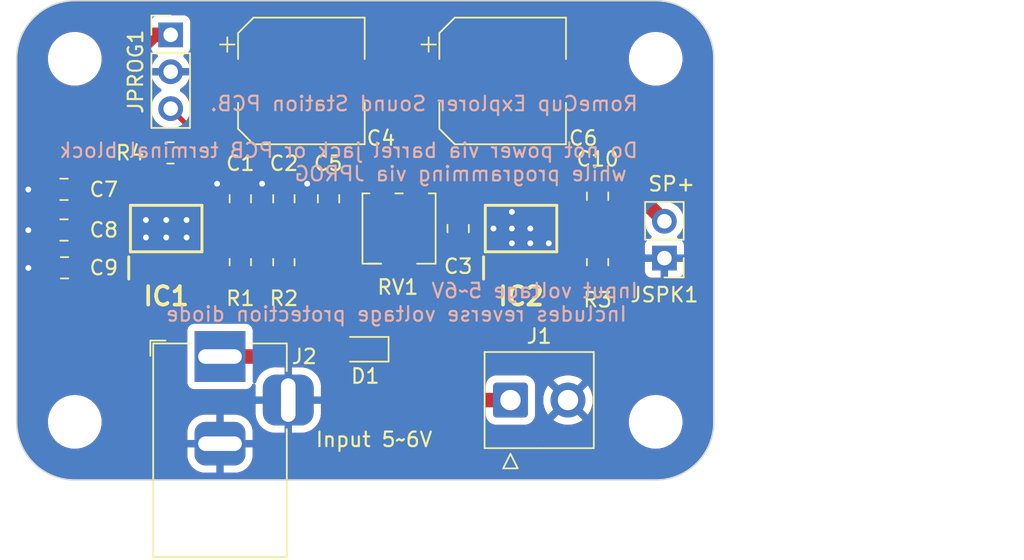
<source format=kicad_pcb>
(kicad_pcb (version 20221018) (generator pcbnew)
  (layers (0 "F.Cu" signal) (31 "B.Cu" signal) (34 "B.Paste" user) (35 "F.Paste" user) (36 "B.SilkS" user "B.Silkscreen") (37 "F.SilkS" user "F.Silkscreen") (38 "B.Mask" user) (39 "F.Mask" user) (44 "Edge.Cuts" user))
  (net 0 "")
  (net 1 "Net-(C1-Pad1)")
  (net 2 "GND")
  (net 3 "/FILTER_OUT")
  (net 4 "Net-(IC2-GAIN_1)")
  (net 5 "Net-(IC2-GAIN_2)")
  (net 6 "Net-(C5-Pad2)")
  (net 7 "VCC")
  (net 8 "Net-(C10-Pad1)")
  (net 9 "/DAC_OUT")
  (net 14 "Net-(IC2-+INPUT)")
  (net 16 "/PWR")
  (net 17 "/AUDIO_OUT_FILTER")
  (net 18 "/AUDIO_OUT")
  (net 19 "Net-(JPROG1-Pin_3)")
  (net 20 "/PROG")
  (footprint "MountingHole:MountingHole_3.2mm_M3" (layer "F.Cu") (at 92.9 -48.1)
    (fp_text reference "H3" hide)
    (fp_text value "MountingHole")
    (pad "" np_thru_hole circle (at 0 0) (size 3.2 3.2) (drill 3.2) (layers "*.Cu" "*.Mask"))
  )
  (footprint "Resistor_SMD:R_0805_2012Metric_Pad1.20x1.40mm_HandSolder" (layer "F.Cu") (at 67.3 -59.1 90)
    (fp_text reference "R2" (at -2.5 0 180) (layer "F.SilkS"))
    (fp_text value "1.2k")
    (fp_line (start -0.227064 -0.735) (end 0.227064 -0.735) (stroke (width 0.12)) (layer "F.SilkS"))
    (fp_line (start -0.227064 0.735) (end 0.227064 0.735) (stroke (width 0.12)) (layer "F.SilkS"))
    (pad "1" smd roundrect (at -1 0 90) (size 1.2 1.4) (layers "F.Cu" "F.Paste" "F.Mask") (roundrect_rratio 0.2083333333) (net 1 "Net-(C1-Pad1)"))
    (pad "2" smd roundrect (at 1 0 90) (size 1.2 1.4) (layers "F.Cu" "F.Paste" "F.Mask") (roundrect_rratio 0.2083333333) (net 3 "/FILTER_OUT"))
  )
  (footprint "Capacitor_SMD:C_0805_2012Metric_Pad1.18x1.45mm_HandSolder" (layer "F.Cu") (at 67.3 -63.4625 90)
    (fp_text reference "C2" (at 2.4375 0 180) (layer "F.SilkS"))
    (fp_text value "33pF")
    (fp_line (start -0.261252 -0.735) (end 0.261252 -0.735) (stroke (width 0.12)) (layer "F.SilkS"))
    (fp_line (start -0.261252 0.735) (end 0.261252 0.735) (stroke (width 0.12)) (layer "F.SilkS"))
    (pad "1" smd roundrect (at -1.0375 0 90) (size 1.175 1.45) (layers "F.Cu" "F.Paste" "F.Mask") (roundrect_rratio 0.2127659574) (net 3 "/FILTER_OUT"))
    (pad "2" smd roundrect (at 1.0375 0 90) (size 1.175 1.45) (layers "F.Cu" "F.Paste" "F.Mask") (roundrect_rratio 0.2127659574) (net 2 "GND"))
  )
  (footprint "Capacitor_SMD:C_0805_2012Metric_Pad1.18x1.45mm_HandSolder" (layer "F.Cu") (at 88.9 -63.6375 90)
    (fp_text reference "C10" (at 2.5625 0 180) (layer "F.SilkS"))
    (fp_text value "100nF")
    (fp_line (start -0.261252 -0.735) (end 0.261252 -0.735) (stroke (width 0.12)) (layer "F.SilkS"))
    (fp_line (start -0.261252 0.735) (end 0.261252 0.735) (stroke (width 0.12)) (layer "F.SilkS"))
    (pad "1" smd roundrect (at -1.0375 0 90) (size 1.175 1.45) (layers "F.Cu" "F.Paste" "F.Mask") (roundrect_rratio 0.2127659574) (net 8 "Net-(C10-Pad1)"))
    (pad "2" smd roundrect (at 1.0375 0 90) (size 1.175 1.45) (layers "F.Cu" "F.Paste" "F.Mask") (roundrect_rratio 0.2127659574) (net 18 "/AUDIO_OUT"))
  )
  (footprint "Connector_BarrelJack:BarrelJack_Horizontal" (layer "F.Cu") (at 62.9 -52.6 90)
    (fp_text reference "J2" (at 0 5.8 180) (layer "F.SilkS"))
    (fp_text value "Conn_01x03_Socket")
    (fp_line (start -13.8 -4.6) (end 0.9 -4.6) (stroke (width 0.12)) (layer "F.SilkS"))
    (fp_line (start -13.8 4.6) (end -13.8 -4.6) (stroke (width 0.12)) (layer "F.SilkS"))
    (fp_line (start -5 4.6) (end -13.8 4.6) (stroke (width 0.12)) (layer "F.SilkS"))
    (fp_line (start 0.05 -4.8) (end 1.1 -4.8) (stroke (width 0.12)) (layer "F.SilkS"))
    (fp_line (start 0.9 -4.6) (end 0.9 -2) (stroke (width 0.12)) (layer "F.SilkS"))
    (fp_line (start 0.9 1.9) (end 0.9 4.6) (stroke (width 0.12)) (layer "F.SilkS"))
    (fp_line (start 0.9 4.6) (end -1 4.6) (stroke (width 0.12)) (layer "F.SilkS"))
    (fp_line (start 1.1 -3.75) (end 1.1 -4.8) (stroke (width 0.12)) (layer "F.SilkS"))
    (pad "1" thru_hole rect (at 0 0 90) (size 3.5 3.5) (drill oval 1 3) (layers "*.Cu" "*.Mask") (net 16 "/PWR"))
    (pad "2" thru_hole roundrect (at -6 0 90) (size 3 3.5) (drill oval 1 3) (layers "*.Cu" "*.Mask") (net 2 "GND"))
    (pad "3" thru_hole roundrect (at -3 4.7 90) (size 3.5 3.5) (drill oval 3 1) (layers "*.Cu" "*.Mask") (net 2 "GND"))
  )
  (footprint "Capacitor_SMD:CP_Elec_8x10.5" (layer "F.Cu") (at 82.364 -71.576)
    (fp_text reference "C6" (at 5.55 3.937) (layer "F.SilkS"))
    (fp_text value "100uF")
    (fp_line (start -5.6 -2.51) (end -4.6 -2.51) (stroke (width 0.12)) (layer "F.SilkS"))
    (fp_line (start -5.1 -3.01) (end -5.1 -2.01) (stroke (width 0.12)) (layer "F.SilkS"))
    (fp_line (start -4.36 -3.295563) (end -4.36 -1.51) (stroke (width 0.12)) (layer "F.SilkS"))
    (fp_line (start -4.36 -3.295563) (end -3.295563 -4.36) (stroke (width 0.12)) (layer "F.SilkS"))
    (fp_line (start -4.36 3.295563) (end -4.36 1.51) (stroke (width 0.12)) (layer "F.SilkS"))
    (fp_line (start -4.36 3.295563) (end -3.295563 4.36) (stroke (width 0.12)) (layer "F.SilkS"))
    (fp_line (start -3.295563 -4.36) (end 4.36 -4.36) (stroke (width 0.12)) (layer "F.SilkS"))
    (fp_line (start -3.295563 4.36) (end 4.36 4.36) (stroke (width 0.12)) (layer "F.SilkS"))
    (fp_line (start 4.36 -4.36) (end 4.36 -1.51) (stroke (width 0.12)) (layer "F.SilkS"))
    (fp_line (start 4.36 4.36) (end 4.36 1.51) (stroke (width 0.12)) (layer "F.SilkS"))
    (pad "1" smd roundrect (at -3.7 0) (size 4.4 2.5) (layers "F.Cu" "F.Paste" "F.Mask") (roundrect_rratio 0.1) (net 18 "/AUDIO_OUT"))
    (pad "2" smd roundrect (at 3.7 0) (size 4.4 2.5) (layers "F.Cu" "F.Paste" "F.Mask") (roundrect_rratio 0.1) (net 17 "/AUDIO_OUT_FILTER"))
  )
  (footprint "Resistor_SMD:R_0805_2012Metric_Pad1.20x1.40mm_HandSolder" (layer "F.Cu") (at 64.3 -59.1 90)
    (fp_text reference "R1" (at -2.5 0 180) (layer "F.SilkS"))
    (fp_text value "1.2k")
    (fp_line (start -0.227064 -0.735) (end 0.227064 -0.735) (stroke (width 0.12)) (layer "F.SilkS"))
    (fp_line (start -0.227064 0.735) (end 0.227064 0.735) (stroke (width 0.12)) (layer "F.SilkS"))
    (pad "1" smd roundrect (at -1 0 90) (size 1.2 1.4) (layers "F.Cu" "F.Paste" "F.Mask") (roundrect_rratio 0.2083333333) (net 9 "/DAC_OUT"))
    (pad "2" smd roundrect (at 1 0 90) (size 1.2 1.4) (layers "F.Cu" "F.Paste" "F.Mask") (roundrect_rratio 0.2083333333) (net 1 "Net-(C1-Pad1)"))
  )
  (footprint "ATTINY412-SSF:SOIC127P600X175-8N" (layer "F.Cu") (at 83.629 -61.412 90)
    (fp_text reference "IC2" (at -4.662 0 180) (layer "F.SilkS") (effects (font (size 1.27 1.27) (thickness 0.254))))
    (fp_text value "LM386M-1_NOPB" hide)
    (fp_line (start -3.475 -2.58) (end -1.95 -2.58) (stroke (width 0.2)) (layer "F.SilkS"))
    (fp_line (start -1.6 -2.462) (end 1.6 -2.462) (stroke (width 0.2)) (layer "F.SilkS"))
    (fp_line (start -1.6 2.462) (end -1.6 -2.462) (stroke (width 0.2)) (layer "F.SilkS"))
    (fp_line (start 1.6 -2.462) (end 1.6 2.462) (stroke (width 0.2)) (layer "F.SilkS"))
    (fp_line (start 1.6 2.462) (end -1.6 2.462) (stroke (width 0.2)) (layer "F.SilkS"))
    (pad "1" smd rect (at -2.712 -1.905 180) (size 0.65 1.525) (layers "F.Cu" "F.Paste" "F.Mask") (net 4 "Net-(IC2-GAIN_1)"))
    (pad "2" smd rect (at -2.712 -0.635 180) (size 0.65 1.525) (layers "F.Cu" "F.Paste" "F.Mask") (net 2 "GND"))
    (pad "3" smd rect (at -2.712 0.635 180) (size 0.65 1.525) (layers "F.Cu" "F.Paste" "F.Mask") (net 14 "Net-(IC2-+INPUT)"))
    (pad "4" smd rect (at -2.712 1.905 180) (size 0.65 1.525) (layers "F.Cu" "F.Paste" "F.Mask") (net 2 "GND"))
    (pad "5" smd rect (at 2.712 1.905 180) (size 0.65 1.525) (layers "F.Cu" "F.Paste" "F.Mask") (net 18 "/AUDIO_OUT"))
    (pad "6" smd rect (at 2.712 0.635 180) (size 0.65 1.525) (layers "F.Cu" "F.Paste" "F.Mask") (net 7 "VCC"))
    (pad "7" smd rect (at 2.712 -0.635 180) (size 0.65 1.525) (layers "F.Cu" "F.Paste" "F.Mask"))
    (pad "8" smd rect (at 2.712 -1.905 180) (size 0.65 1.525) (layers "F.Cu" "F.Paste" "F.Mask") (net 5 "Net-(IC2-GAIN_2)"))
  )
  (footprint "MountingHole:MountingHole_3.2mm_M3" (layer "F.Cu") (at 92.9 -73.1)
    (fp_text reference "H2" hide)
    (fp_text value "MountingHole")
    (pad "" np_thru_hole circle (at 0 0) (size 3.2 3.2) (drill 3.2) (layers "*.Cu" "*.Mask"))
  )
  (footprint "Capacitor_SMD:CP_Elec_8x10.5" (layer "F.Cu") (at 68.504 -71.576)
    (fp_text reference "C4" (at 5.478 3.937) (layer "F.SilkS"))
    (fp_text value "1000uF")
    (fp_line (start -5.6 -2.51) (end -4.6 -2.51) (stroke (width 0.12)) (layer "F.SilkS"))
    (fp_line (start -5.1 -3.01) (end -5.1 -2.01) (stroke (width 0.12)) (layer "F.SilkS"))
    (fp_line (start -4.36 -3.295563) (end -4.36 -1.51) (stroke (width 0.12)) (layer "F.SilkS"))
    (fp_line (start -4.36 -3.295563) (end -3.295563 -4.36) (stroke (width 0.12)) (layer "F.SilkS"))
    (fp_line (start -4.36 3.295563) (end -4.36 1.51) (stroke (width 0.12)) (layer "F.SilkS"))
    (fp_line (start -4.36 3.295563) (end -3.295563 4.36) (stroke (width 0.12)) (layer "F.SilkS"))
    (fp_line (start -3.295563 -4.36) (end 4.36 -4.36) (stroke (width 0.12)) (layer "F.SilkS"))
    (fp_line (start -3.295563 4.36) (end 4.36 4.36) (stroke (width 0.12)) (layer "F.SilkS"))
    (fp_line (start 4.36 -4.36) (end 4.36 -1.51) (stroke (width 0.12)) (layer "F.SilkS"))
    (fp_line (start 4.36 4.36) (end 4.36 1.51) (stroke (width 0.12)) (layer "F.SilkS"))
    (pad "1" smd roundrect (at -3.7 0) (size 4.4 2.5) (layers "F.Cu" "F.Paste" "F.Mask") (roundrect_rratio 0.1) (net 7 "VCC"))
    (pad "2" smd roundrect (at 3.7 0) (size 4.4 2.5) (layers "F.Cu" "F.Paste" "F.Mask") (roundrect_rratio 0.1) (net 2 "GND"))
  )
  (footprint "ATTINY412-SSF:SOIC127P600X175-8N" (layer "F.Cu") (at 59.195 -61.412 90)
    (fp_text reference "IC1" (at -4.662 0 180) (layer "F.SilkS") (effects (font (size 1.27 1.27) (thickness 0.254))))
    (fp_text value "ATTINY412-SSF" hide)
    (fp_line (start -3.475 -2.58) (end -1.95 -2.58) (stroke (width 0.2)) (layer "F.SilkS"))
    (fp_line (start -1.6 -2.462) (end 1.6 -2.462) (stroke (width 0.2)) (layer "F.SilkS"))
    (fp_line (start -1.6 2.462) (end -1.6 -2.462) (stroke (width 0.2)) (layer "F.SilkS"))
    (fp_line (start 1.6 -2.462) (end 1.6 2.462) (stroke (width 0.2)) (layer "F.SilkS"))
    (fp_line (start 1.6 2.462) (end -1.6 2.462) (stroke (width 0.2)) (layer "F.SilkS"))
    (pad "1" smd rect (at -2.712 -1.905 180) (size 0.65 1.525) (layers "F.Cu" "F.Paste" "F.Mask") (net 7 "VCC"))
    (pad "2" smd rect (at -2.712 -0.635 180) (size 0.65 1.525) (layers "F.Cu" "F.Paste" "F.Mask") (net 9 "/DAC_OUT"))
    (pad "3" smd rect (at -2.712 0.635 180) (size 0.65 1.525) (layers "F.Cu" "F.Paste" "F.Mask"))
    (pad "4" smd rect (at -2.712 1.905 180) (size 0.65 1.525) (layers "F.Cu" "F.Paste" "F.Mask"))
    (pad "5" smd rect (at 2.712 1.905 180) (size 0.65 1.525) (layers "F.Cu" "F.Paste" "F.Mask"))
    (pad "6" smd rect (at 2.712 0.635 180) (size 0.65 1.525) (layers "F.Cu" "F.Paste" "F.Mask") (net 20 "/PROG"))
    (pad "7" smd rect (at 2.712 -0.635 180) (size 0.65 1.525) (layers "F.Cu" "F.Paste" "F.Mask"))
    (pad "8" smd rect (at 2.712 -1.905 180) (size 0.65 1.525) (layers "F.Cu" "F.Paste" "F.Mask") (net 2 "GND"))
  )
  (footprint "Potentiometer_SMD:Potentiometer_Bourns_3214J_Horizontal" (layer "F.Cu") (at 75.229 -61.412 90)
    (fp_text reference "RV1" (at -4.037 -0.083 180) (layer "F.SilkS"))
    (fp_text value "B100k")
    (fp_line (start -2.42 -2.52) (end -2.42 -1.24) (stroke (width 0.12)) (layer "F.SilkS"))
    (fp_line (start -2.42 -2.52) (end 2.42 -2.52) (stroke (width 0.12)) (layer "F.SilkS"))
    (fp_line (start -2.42 -2.14) (end -2.42 -2.14) (stroke (width 0.12)) (layer "F.SilkS"))
    (fp_line (start -2.42 -2.14) (end -2.42 -1.24) (stroke (width 0.12)) (layer "F.SilkS"))
    (fp_line (start -2.42 -2.14) (end -2.42 -1.24) (stroke (width 0.12)) (layer "F.SilkS"))
    (fp_line (start -2.42 1.24) (end -2.42 2.52) (stroke (width 0.12)) (layer "F.SilkS"))
    (fp_line (start -2.42 2.52) (end 2.42 2.52) (stroke (width 0.12)) (layer "F.SilkS"))
    (fp_line (start 2.42 -2.52) (end 2.42 -2.04) (stroke (width 0.12)) (layer "F.SilkS"))
    (fp_line (start 2.42 -0.26) (end 2.42 0.26) (stroke (width 0.12)) (layer "F.SilkS"))
    (fp_line (start 2.42 2.04) (end 2.42 2.52) (stroke (width 0.12)) (layer "F.SilkS"))
    (pad "1" smd rect (at 2 -1.15 90) (size 2 1.3) (layers "F.Cu" "F.Paste" "F.Mask") (net 6 "Net-(C5-Pad2)"))
    (pad "2" smd rect (at -2 0 90) (size 2 2) (layers "F.Cu" "F.Paste" "F.Mask") (net 14 "Net-(IC2-+INPUT)"))
    (pad "3" smd rect (at 2 1.15 90) (size 2 1.3) (layers "F.Cu" "F.Paste" "F.Mask") (net 2 "GND"))
  )
  (footprint "Resistor_SMD:R_0805_2012Metric_Pad1.20x1.40mm_HandSolder" (layer "F.Cu") (at 59.488 -66.623)
    (fp_text reference "R4" (at -2.778 0) (layer "F.SilkS"))
    (fp_text value "470")
    (fp_line (start -0.227064 -0.735) (end 0.227064 -0.735) (stroke (width 0.12)) (layer "F.SilkS"))
    (fp_line (start -0.227064 0.735) (end 0.227064 0.735) (stroke (width 0.12)) (layer "F.SilkS"))
    (pad "1" smd roundrect (at -1 0) (size 1.2 1.4) (layers "F.Cu" "F.Paste" "F.Mask") (roundrect_rratio 0.2083333333) (net 20 "/PROG"))
    (pad "2" smd roundrect (at 1 0) (size 1.2 1.4) (layers "F.Cu" "F.Paste" "F.Mask") (roundrect_rratio 0.2083333333) (net 19 "Net-(JPROG1-Pin_3)"))
  )
  (footprint "Connector_PinHeader_2.54mm:PinHeader_1x02_P2.54mm_Vertical" (layer "F.Cu") (at 93.5 -59.376 180)
    (fp_text reference "JSPK1" (at 0 -2.526) (layer "F.SilkS"))
    (fp_text value "Connector_PinHeader_2.54mm:PinHeader_1x02_P2.54mm_Vertical")
    (fp_line (start -1.33 -1.33) (end 0 -1.33) (stroke (width 0.12)) (layer "F.SilkS"))
    (fp_line (start -1.33 0) (end -1.33 -1.33) (stroke (width 0.12)) (layer "F.SilkS"))
    (fp_line (start -1.33 1.27) (end -1.33 3.87) (stroke (width 0.12)) (layer "F.SilkS"))
    (fp_line (start -1.33 1.27) (end 1.33 1.27) (stroke (width 0.12)) (layer "F.SilkS"))
    (fp_line (start -1.33 3.87) (end 1.33 3.87) (stroke (width 0.12)) (layer "F.SilkS"))
    (fp_line (start 1.33 1.27) (end 1.33 3.87) (stroke (width 0.12)) (layer "F.SilkS"))
    (pad "1" thru_hole rect (at 0 0 180) (size 1.7 1.7) (drill 1) (layers "*.Cu" "*.Mask") (net 2 "GND"))
    (pad "2" thru_hole oval (at 0 2.54 180) (size 1.7 1.7) (drill 1) (layers "*.Cu" "*.Mask") (net 17 "/AUDIO_OUT_FILTER"))
  )
  (footprint "Connector_TE-Connectivity:TE_826576-2_1x02_P3.96mm_Vertical" (layer "F.Cu") (at 82.9 -49.6)
    (fp_text reference "J1" (at 1.98 -4.4) (layer "F.SilkS"))
    (fp_text value "Conn_01x02_Socket")
    (fp_line (start -1.78 -3.31) (end -1.78 3.31) (stroke (width 0.12)) (layer "F.SilkS"))
    (fp_line (start -1.78 3.31) (end 1.98 3.31) (stroke (width 0.12)) (layer "F.SilkS"))
    (fp_line (start -0.5 4.7) (end 0 3.7) (stroke (width 0.12)) (layer "F.SilkS"))
    (fp_line (start 0 3.7) (end 0.5 4.7) (stroke (width 0.12)) (layer "F.SilkS"))
    (fp_line (start 0.5 4.7) (end -0.5 4.7) (stroke (width 0.12)) (layer "F.SilkS"))
    (fp_line (start 1.98 -3.31) (end -1.78 -3.31) (stroke (width 0.12)) (layer "F.SilkS"))
    (fp_line (start 1.98 -3.31) (end 5.74 -3.31) (stroke (width 0.12)) (layer "F.SilkS"))
    (fp_line (start 5.74 -3.31) (end 5.74 3.31) (stroke (width 0.12)) (layer "F.SilkS"))
    (fp_line (start 5.74 3.31) (end 1.98 3.31) (stroke (width 0.12)) (layer "F.SilkS"))
    (pad "1" thru_hole roundrect (at 0 0) (size 2.4 2.4) (drill 1.4) (layers "*.Cu" "*.Mask") (roundrect_rratio 0.1041670833) (net 16 "/PWR"))
    (pad "2" thru_hole circle (at 3.96 0) (size 2.4 2.4) (drill 1.4) (layers "*.Cu" "*.Mask") (net 2 "GND"))
  )
  (footprint "Capacitor_SMD:C_0805_2012Metric_Pad1.18x1.45mm_HandSolder" (layer "F.Cu") (at 52.1575 -61.312 180)
    (fp_text reference "C8" (at -2.7425 0 180) (layer "F.SilkS"))
    (fp_text value "1uF")
    (fp_line (start -0.261252 -0.735) (end 0.261252 -0.735) (stroke (width 0.12)) (layer "F.SilkS"))
    (fp_line (start -0.261252 0.735) (end 0.261252 0.735) (stroke (width 0.12)) (layer "F.SilkS"))
    (pad "1" smd roundrect (at -1.0375 0 180) (size 1.175 1.45) (layers "F.Cu" "F.Paste" "F.Mask") (roundrect_rratio 0.2127659574) (net 7 "VCC"))
    (pad "2" smd roundrect (at 1.0375 0 180) (size 1.175 1.45) (layers "F.Cu" "F.Paste" "F.Mask") (roundrect_rratio 0.2127659574) (net 2 "GND"))
  )
  (footprint "MountingHole:MountingHole_3.2mm_M3" (layer "F.Cu") (at 52.9 -48.1)
    (fp_text reference "H4" hide)
    (fp_text value "MountingHole")
    (pad "" np_thru_hole circle (at 0 0) (size 3.2 3.2) (drill 3.2) (layers "*.Cu" "*.Mask"))
  )
  (footprint "Capacitor_SMD:C_0805_2012Metric_Pad1.18x1.45mm_HandSolder" (layer "F.Cu") (at 70.375 -63.4625 90)
    (fp_text reference "C5" (at 2.4375 -0.025) (layer "F.SilkS"))
    (fp_text value "100nF")
    (fp_line (start -0.261252 -0.735) (end 0.261252 -0.735) (stroke (width 0.12)) (layer "F.SilkS"))
    (fp_line (start -0.261252 0.735) (end 0.261252 0.735) (stroke (width 0.12)) (layer "F.SilkS"))
    (pad "1" smd roundrect (at -1.0375 0 90) (size 1.175 1.45) (layers "F.Cu" "F.Paste" "F.Mask") (roundrect_rratio 0.2127659574) (net 3 "/FILTER_OUT"))
    (pad "2" smd roundrect (at 1.0375 0 90) (size 1.175 1.45) (layers "F.Cu" "F.Paste" "F.Mask") (roundrect_rratio 0.2127659574) (net 6 "Net-(C5-Pad2)"))
  )
  (footprint "Capacitor_SMD:C_0805_2012Metric_Pad1.18x1.45mm_HandSolder" (layer "F.Cu") (at 79.3 -61.4125 90)
    (fp_text reference "C3" (at -2.6 0) (layer "F.SilkS"))
    (fp_text value "10uF")
    (fp_line (start -0.261252 -0.735) (end 0.261252 -0.735) (stroke (width 0.12)) (layer "F.SilkS"))
    (fp_line (start -0.261252 0.735) (end 0.261252 0.735) (stroke (width 0.12)) (layer "F.SilkS"))
    (pad "1" smd roundrect (at -1.0375 0 90) (size 1.175 1.45) (layers "F.Cu" "F.Paste" "F.Mask") (roundrect_rratio 0.2127659574) (net 4 "Net-(IC2-GAIN_1)"))
    (pad "2" smd roundrect (at 1.0375 0 90) (size 1.175 1.45) (layers "F.Cu" "F.Paste" "F.Mask") (roundrect_rratio 0.2127659574) (net 5 "Net-(IC2-GAIN_2)"))
  )
  (footprint "Capacitor_SMD:C_0805_2012Metric_Pad1.18x1.45mm_HandSolder" (layer "F.Cu") (at 64.3 -63.4625 90)
    (fp_text reference "C1" (at 2.4375 0 180) (layer "F.SilkS"))
    (fp_text value "33pF")
    (fp_line (start -0.261252 -0.735) (end 0.261252 -0.735) (stroke (width 0.12)) (layer "F.SilkS"))
    (fp_line (start -0.261252 0.735) (end 0.261252 0.735) (stroke (width 0.12)) (layer "F.SilkS"))
    (pad "1" smd roundrect (at -1.0375 0 90) (size 1.175 1.45) (layers "F.Cu" "F.Paste" "F.Mask") (roundrect_rratio 0.2127659574) (net 1 "Net-(C1-Pad1)"))
    (pad "2" smd roundrect (at 1.0375 0 90) (size 1.175 1.45) (layers "F.Cu" "F.Paste" "F.Mask") (roundrect_rratio 0.2127659574) (net 2 "GND"))
  )
  (footprint "Connector_PinHeader_2.54mm:PinHeader_1x03_P2.54mm_Vertical" (layer "F.Cu") (at 59.504 -74.751)
    (fp_text reference "JPROG1" (at -2.413 2.54 90) (layer "F.SilkS"))
    (fp_text value "Conn_01x03_Pin")
    (fp_line (start -1.33 -1.33) (end 0 -1.33) (stroke (width 0.12)) (layer "F.SilkS"))
    (fp_line (start -1.33 0) (end -1.33 -1.33) (stroke (width 0.12)) (layer "F.SilkS"))
    (fp_line (start -1.33 1.27) (end -1.33 6.41) (stroke (width 0.12)) (layer "F.SilkS"))
    (fp_line (start -1.33 1.27) (end 1.33 1.27) (stroke (width 0.12)) (layer "F.SilkS"))
    (fp_line (start -1.33 6.41) (end 1.33 6.41) (stroke (width 0.12)) (layer "F.SilkS"))
    (fp_line (start 1.33 1.27) (end 1.33 6.41) (stroke (width 0.12)) (layer "F.SilkS"))
    (pad "1" thru_hole rect (at 0 0) (size 1.7 1.7) (drill 1) (layers "*.Cu" "*.Mask") (net 7 "VCC"))
    (pad "2" thru_hole oval (at 0 2.54) (size 1.7 1.7) (drill 1) (layers "*.Cu" "*.Mask") (net 2 "GND"))
    (pad "3" thru_hole oval (at 0 5.08) (size 1.7 1.7) (drill 1) (layers "*.Cu" "*.Mask") (net 19 "Net-(JPROG1-Pin_3)"))
  )
  (footprint "Resistor_SMD:R_0805_2012Metric_Pad1.20x1.40mm_HandSolder" (layer "F.Cu") (at 88.9 -59.1 -90)
    (fp_text reference "R3" (at 2.6 0) (layer "F.SilkS"))
    (fp_text value "4.7k")
    (fp_line (start -0.227064 -0.735) (end 0.227064 -0.735) (stroke (width 0.12)) (layer "F.SilkS"))
    (fp_line (start -0.227064 0.735) (end 0.227064 0.735) (stroke (width 0.12)) (layer "F.SilkS"))
    (pad "1" smd roundrect (at -1 0 270) (size 1.2 1.4) (layers "F.Cu" "F.Paste" "F.Mask") (roundrect_rratio 0.2083333333) (net 8 "Net-(C10-Pad1)"))
    (pad "2" smd roundrect (at 1 0 270) (size 1.2 1.4) (layers "F.Cu" "F.Paste" "F.Mask") (roundrect_rratio 0.2083333333) (net 2 "GND"))
  )
  (footprint "Capacitor_SMD:C_0805_2012Metric_Pad1.18x1.45mm_HandSolder" (layer "F.Cu") (at 52.1575 -64.112 180)
    (fp_text reference "C7" (at -2.7425 -0.012) (layer "F.SilkS"))
    (fp_text value "100nF")
    (fp_line (start -0.261252 -0.735) (end 0.261252 -0.735) (stroke (width 0.12)) (layer "F.SilkS"))
    (fp_line (start -0.261252 0.735) (end 0.261252 0.735) (stroke (width 0.12)) (layer "F.SilkS"))
    (pad "1" smd roundrect (at -1.0375 0 180) (size 1.175 1.45) (layers "F.Cu" "F.Paste" "F.Mask") (roundrect_rratio 0.2127659574) (net 7 "VCC"))
    (pad "2" smd roundrect (at 1.0375 0 180) (size 1.175 1.45) (layers "F.Cu" "F.Paste" "F.Mask") (roundrect_rratio 0.2127659574) (net 2 "GND"))
  )
  (footprint "Diode_SMD:D_SOD-323" (layer "F.Cu") (at 72.9 -53.1 180)
    (fp_text reference "D1" (at 0 -1.85 180) (layer "F.SilkS"))
    (fp_text value "D_Schottky")
    (fp_line (start -1.61 -0.85) (end -1.61 0.85) (stroke (width 0.12)) (layer "F.SilkS"))
    (fp_line (start -1.61 -0.85) (end 1.05 -0.85) (stroke (width 0.12)) (layer "F.SilkS"))
    (fp_line (start -1.61 0.85) (end 1.05 0.85) (stroke (width 0.12)) (layer "F.SilkS"))
    (pad "1" smd roundrect (at -1.05 0 180) (size 0.6 0.45) (layers "F.Cu" "F.Paste" "F.Mask") (net 7 "VCC"))
    (pad "2" smd roundrect (at 1.05 0 180) (size 0.6 0.45) (layers "F.Cu" "F.Paste" "F.Mask") (net 16 "/PWR"))
  )
  (footprint "Capacitor_SMD:C_0805_2012Metric_Pad1.18x1.45mm_HandSolder" (layer "F.Cu") (at 52.195 -58.712 180)
    (fp_text reference "C9" (at -2.705 0) (layer "F.SilkS"))
    (fp_text value "10uF")
    (fp_line (start -0.261252 -0.735) (end 0.261252 -0.735) (stroke (width 0.12)) (layer "F.SilkS"))
    (fp_line (start -0.261252 0.735) (end 0.261252 0.735) (stroke (width 0.12)) (layer "F.SilkS"))
    (pad "1" smd roundrect (at -1.0375 0 180) (size 1.175 1.45) (layers "F.Cu" "F.Paste" "F.Mask") (roundrect_rratio 0.2127659574) (net 7 "VCC"))
    (pad "2" smd roundrect (at 1.0375 0 180) (size 1.175 1.45) (layers "F.Cu" "F.Paste" "F.Mask") (roundrect_rratio 0.2127659574) (net 2 "GND"))
  )
  (footprint "MountingHole:MountingHole_3.2mm_M3" (layer "F.Cu") (at 52.9 -73.1)
    (fp_text reference "H1" hide)
    (fp_text value "MountingHole")
    (pad "" np_thru_hole circle (at 0 0) (size 3.2 3.2) (drill 3.2) (layers "*.Cu" "*.Mask"))
  )
  (gr_arc (start 48.9 -73.1) (mid 50.071573 -75.928427) (end 52.9 -77.1) (stroke (width 0.1)) (layer "Edge.Cuts"))
  (gr_arc (start 96.9 -48.1) (mid 95.728427 -45.271573) (end 92.9 -44.1) (stroke (width 0.1)) (layer "Edge.Cuts"))
  (gr_arc (start 52.9 -44.1) (mid 50.071573 -45.271573) (end 48.9 -48.1) (stroke (width 0.1)) (layer "Edge.Cuts"))
  (gr_line (start 52.9 -77.1) (end 92.9 -77.1) (stroke (width 0.1)) (layer "Edge.Cuts"))
  (gr_line (start 92.9 -44.1) (end 52.9 -44.1) (stroke (width 0.1)) (layer "Edge.Cuts"))
  (gr_line (start 48.9 -73.1) (end 48.9 -48.1) (stroke (width 0.1)) (layer "Edge.Cuts"))
  (gr_line (start 96.9 -73.1) (end 96.9 -48.1) (stroke (width 0.1)) (layer "Edge.Cuts"))
  (gr_arc (start 92.9 -77.1) (mid 95.728427 -75.928427) (end 96.9 -73.1) (stroke (width 0.1)) (layer "Edge.Cuts"))
  (gr_text "RomeCup Explorer Sound Station PCB.\n\nDo not power via barrel jack or PCB terminal block\n while programming via JPROG\n\n\n\n\nInput voltage 5~6V\n Includes reverse voltage protection diode" (at 91.762 -54.939) (layer "B.SilkS") (effects (font (size 1 1)) (justify left bottom mirror)))
  (gr_text "Input 5~6V" (at 69.41 -46.303) (layer "F.SilkS") (effects (font (size 1 1)) (justify left bottom)))
  (gr_text "SP+" (at 92.3 -63.9) (layer "F.SilkS") (effects (font (size 1 1)) (justify left bottom)))
  (segment (start 65.6 -60.0904) (end 65.6 -60.1) (width 0.35) (layer "F.Cu") (net 1))
  (segment (start 65.9 -60.1) (end 65.9 -60.4) (width 0.35) (layer "F.Cu") (net 1))
  (segment (start 65.9 -61.9) (end 65.375 -62.425) (width 0.35) (layer "F.Cu") (net 1))
  (segment (start 65.6 -60.1) (end 65.9 -60.4) (width 0.35) (layer "F.Cu") (net 1))
  (segment (start 65.375 -62.425) (end 64.3 -62.425) (width 0.35) (layer "F.Cu") (net 1))
  (segment (start 65.6 -60.0904) (end 65.9 -59.7904) (width 0.35) (layer "F.Cu") (net 1))
  (segment (start 66.5 -58.1) (end 65.9 -58.7) (width 0.35) (layer "F.Cu") (net 1))
  (segment (start 65.6 -60.1) (end 65.9 -60.1) (width 0.35) (layer "F.Cu") (net 1))
  (segment (start 65.9 -58.7) (end 65.9 -59.7904) (width 0.35) (layer "F.Cu") (net 1))
  (segment (start 64.3 -60.1) (end 65.6 -60.1) (width 0.35) (layer "F.Cu") (net 1))
  (segment (start 65.9 -59.7904) (end 65.9 -60.1) (width 0.35) (layer "F.Cu") (net 1))
  (segment (start 65.9 -60.4) (end 65.9 -61.9) (width 0.35) (layer "F.Cu") (net 1))
  (segment (start 67.3 -58.1) (end 66.5 -58.1) (width 0.35) (layer "F.Cu") (net 1))
  (segment (start 82.999 -58.705) (end 82.994 -58.7) (width 0.3) (layer "F.Cu") (net 2))
  (segment (start 82.999 -60.4) (end 82.999 -58.705) (width 0.3) (layer "F.Cu") (net 2))
  (via (at 60.6 -60.8) (size 0.8) (drill 0.4) (layers "F.Cu" "B.Cu") (net 2))
  (via (at 57.8 -60.8) (size 0.8) (drill 0.4) (layers "F.Cu" "B.Cu") (net 2))
  (via (at 60.6 -62) (size 0.8) (drill 0.4) (layers "F.Cu" "B.Cu") (net 2))
  (via (at 57.8 -62) (size 0.8) (drill 0.4) (layers "F.Cu" "B.Cu") (net 2))
  (via (at 59.2 -62) (size 0.8) (drill 0.4) (layers "F.Cu" "B.Cu") (net 2))
  (via (at 65.8 -64.5) (size 0.8) (drill 0.4) (layers "F.Cu" "B.Cu") (net 2))
  (via (at 59.2 -60.8) (size 0.8) (drill 0.4) (layers "F.Cu" "B.Cu") (net 2))
  (via (at 49.7 -61.3) (size 0.8) (drill 0.4) (layers "F.Cu" "B.Cu") (net 2))
  (via (at 81.729 -61.416) (size 0.8) (drill 0.4) (layers "F.Cu" "B.Cu") (net 2))
  (via (at 82.999 -62.559) (size 0.8) (drill 0.4) (layers "F.Cu" "B.Cu") (net 2))
  (via (at 62.7 -64.5) (size 0.8) (drill 0.4) (layers "F.Cu" "B.Cu") (net 2))
  (via (at 85.539 -60.4) (size 0.8) (drill 0.4) (layers "F.Cu" "B.Cu") (net 2))
  (via (at 84.269 -60.4) (size 0.8) (drill 0.4) (layers "F.Cu" "B.Cu") (net 2))
  (via (at 49.7 -58.7) (size 0.8) (drill 0.4) (layers "F.Cu" "B.Cu") (net 2))
  (via (at 82.999 -61.416) (size 0.8) (drill 0.4) (layers "F.Cu" "B.Cu") (net 2))
  (via (at 68.9 -64.5) (size 0.8) (drill 0.4) (layers "F.Cu" "B.Cu") (net 2))
  (via (at 49.7 -64.1) (size 0.8) (drill 0.4) (layers "F.Cu" "B.Cu") (net 2))
  (via (at 84.269 -61.416) (size 0.8) (drill 0.4) (layers "F.Cu" "B.Cu") (net 2))
  (via (at 82.999 -60.4) (size 0.8) (drill 0.4) (layers "F.Cu" "B.Cu") (net 2))
  (segment (start 68.895 -62.1272) (end 68.5972 -62.425) (width 0.35) (layer "F.Cu") (net 3))
  (segment (start 68.9 -60.7) (end 68.3 -60.1) (width 0.35) (layer "F.Cu") (net 3))
  (segment (start 68.9 -62.425) (end 68.9 -62.1272) (width 0.35) (layer "F.Cu") (net 3))
  (segment (start 68.9 -62.425) (end 69.2068 -62.425) (width 0.35) (layer "F.Cu") (net 3))
  (segment (start 68.909 -62.1272) (end 68.895 -62.1272) (width 0.35) (layer "F.Cu") (net 3))
  (segment (start 68.909 -62.1272) (end 69.2068 -62.425) (width 0.35) (layer "F.Cu") (net 3))
  (segment (start 68.9 -62.1272) (end 68.909 -62.1272) (width 0.35) (layer "F.Cu") (net 3))
  (segment (start 67.3 -62.425) (end 68.5972 -62.425) (width 0.35) (layer "F.Cu") (net 3))
  (segment (start 68.3 -60.1) (end 67.3 -60.1) (width 0.35) (layer "F.Cu") (net 3))
  (segment (start 69.2068 -62.425) (end 70.375 -62.425) (width 0.35) (layer "F.Cu") (net 3))
  (segment (start 68.5972 -62.425) (end 68.9 -62.425) (width 0.35) (layer "F.Cu") (net 3))
  (segment (start 68.9 -62.1272) (end 68.9 -60.7) (width 0.35) (layer "F.Cu") (net 3))
  (segment (start 81.225 -60.375) (end 81.724 -59.876) (width 0.35) (layer "F.Cu") (net 4))
  (segment (start 81.724 -59.876) (end 81.724 -58.7) (width 0.35) (layer "F.Cu") (net 4))
  (segment (start 79.3 -60.375) (end 81.225 -60.375) (width 0.35) (layer "F.Cu") (net 4))
  (segment (start 81.724 -63.024) (end 81.724 -64.124) (width 0.35) (layer "F.Cu") (net 5))
  (segment (start 81.15 -62.45) (end 81.724 -63.024) (width 0.35) (layer "F.Cu") (net 5))
  (segment (start 79.3 -62.45) (end 81.15 -62.45) (width 0.35) (layer "F.Cu") (net 5))
  (segment (start 72.838 -63.412) (end 74.079 -63.412) (width 0.35) (layer "F.Cu") (net 6))
  (segment (start 70.375 -64.5) (end 71.75 -64.5) (width 0.35) (layer "F.Cu") (net 6))
  (segment (start 71.75 -64.5) (end 72.838 -63.412) (width 0.35) (layer "F.Cu") (net 6))
  (segment (start 53.195 -61.312) (end 54.678 -61.312) (width 1) (layer "F.Cu") (net 7))
  (segment (start 54.678 -61.312) (end 55.395 -61.312) (width 1) (layer "F.Cu") (net 7))
  (segment (start 85.8 -55.7) (end 86.936 -56.836) (width 1) (layer "F.Cu") (net 7))
  (segment (start 54.783 -61.312) (end 55.395 -61.924) (width 1) (layer "F.Cu") (net 7))
  (segment (start 73.95 -54.95) (end 73.95 -55.65) (width 1) (layer "F.Cu") (net 7))
  (segment (start 54.797 -58.712) (end 55.395 -58.114) (width 1) (layer "F.Cu") (net 7))
  (segment (start 56.202 -58.7) (end 57.29 -58.7) (width 1) (layer "F.Cu") (net 7))
  (segment (start 73.15 -55.7) (end 72.712 -55.7) (width 1) (layer "F.Cu") (net 7))
  (segment (start 54.789 -64.112) (end 55.395 -64.718) (width 1) (layer "F.Cu") (net 7))
  (segment (start 85.752 -62.6) (end 84.736 -62.6) (width 1) (layer "F.Cu") (net 7))
  (segment (start 55.395 -61.924) (end 55.395 -63.448) (width 1) (layer "F.Cu") (net 7))
  (segment (start 55.395 -58.712) (end 55.407 -58.7) (width 1) (layer "F.Cu") (net 7))
  (segment (start 84.264 -65.49525) (end 83.26325 -66.496) (width 1) (layer "F.Cu") (net 7))
  (segment (start 56.33 -55.7) (end 55.395 -56.635) (width 1) (layer "F.Cu") (net 7))
  (segment (start 74.65 -55.65) (end 74.65 -55.7) (width 1) (layer "F.Cu") (net 7))
  (segment (start 84.736 -62.6) (end 84.264 -63.072) (width 1) (layer "F.Cu") (net 7))
  (segment (start 72.712 -55.7) (end 71.8992 -55.7) (width 1) (layer "F.Cu") (net 7))
  (segment (start 54.678 -61.312) (end 54.783 -61.312) (width 1) (layer "F.Cu") (net 7))
  (segment (start 54.731 -64.112) (end 54.789 -64.112) (width 1) (layer "F.Cu") (net 7))
  (segment (start 54.678 -64.112) (end 54.731 -64.112) (width 1) (layer "F.Cu") (net 7))
  (segment (start 54.678 -58.712) (end 55.395 -58.712) (width 1) (layer "F.Cu") (net 7))
  (segment (start 86.936 -56.836) (end 86.936 -61.416) (width 1) (layer "F.Cu") (net 7))
  (segment (start 86.936 -61.416) (end 85.752 -62.6) (width 1) (layer "F.Cu") (net 7))
  (segment (start 71.8992 -55.7) (end 56.33 -55.7) (width 1) (layer "F.Cu") (net 7))
  (segment (start 73.5756 -55.7) (end 73.15 -55.7) (width 1) (layer "F.Cu") (net 7))
  (segment (start 53.195 -64.112) (end 54.678 -64.112) (width 1) (layer "F.Cu") (net 7))
  (segment (start 54.737 -61.312) (end 55.395 -60.654) (width 1) (layer "F.Cu") (net 7))
  (segment (start 54.678 -58.712) (end 54.797 -58.712) (width 1) (layer "F.Cu") (net 7))
  (segment (start 55.395 -59.384) (end 55.395 -60.654) (width 1) (layer "F.Cu") (net 7))
  (segment (start 55.395 -64.718) (end 55.395 -71.785) (width 1) (layer "F.Cu") (net 7))
  (segment (start 73.9 -55.7) (end 73.5756 -55.7) (width 1) (layer "F.Cu") (net 7))
  (segment (start 53.2325 -58.712) (end 54.678 -58.712) (width 1) (layer "F.Cu") (net 7))
  (segment (start 55.395 -56.635) (end 55.395 -58.114) (width 1) (layer "F.Cu") (net 7))
  (segment (start 73.95 -53.1) (end 73.95 -54.95) (width 1) (layer "F.Cu") (net 7))
  (segment (start 54.731 -64.112) (end 55.395 -63.448) (width 1) (layer "F.Cu") (net 7))
  (segment (start 73.9 -54.95) (end 73.15 -55.7) (width 1) (layer "F.Cu") (net 7))
  (segment (start 55.395 -71.785) (end 58.361 -74.751) (width 1) (layer "F.Cu") (net 7))
  (segment (start 55.395 -63.448) (end 55.395 -64.112) (width 1) (layer "F.Cu") (net 7))
  (segment (start 55.395 -61.312) (end 55.395 -61.924) (width 1) (layer "F.Cu") (net 7))
  (segment (start 54.678 -64.112) (end 55.395 -64.112) (width 1) (layer "F.Cu") (net 7))
  (segment (start 64.804 -68.816) (end 64.804 -71.576) (width 1) (layer "F.Cu") (net 7))
  (segment (start 67.124 -66.496) (end 64.804 -68.816) (width 1) (layer "F.Cu") (net 7))
  (segment (start 56.079 -58.7) (end 55.395 -59.384) (width 1) (layer "F.Cu") (net 7))
  (segment (start 55.395 -58.114) (end 55.395 -58.712) (width 1) (layer "F.Cu") (net 7))
  (segment (start 56.079 -58.7) (end 55.981 -58.7) (width 1) (layer "F.Cu") (net 7))
  (segment (start 85.8 -55.7) (end 74.65 -55.7) (width 1) (layer "F.Cu") (net 7))
  (segment (start 56.202 -58.7) (end 56.079 -58.7) (width 1) (layer "F.Cu") (net 7))
  (segment (start 55.981 -58.7) (end 55.395 -58.114) (width 1) (layer "F.Cu") (net 7))
  (segment (start 73.95 -54.95) (end 74.65 -55.65) (width 1) (layer "F.Cu") (net 7))
  (segment (start 74.65 -55.7) (end 73.9 -55.7) (width 1) (layer "F.Cu") (net 7))
  (segment (start 54.797 -58.712) (end 54.797 -58.786) (width 1) (layer "F.Cu") (net 7))
  (segment (start 55.395 -64.112) (end 55.395 -64.718) (width 1) (layer "F.Cu") (net 7))
  (segment (start 58.361 -74.751) (end 59.504 -74.751) (width 1) (layer "F.Cu") (net 7))
  (segment (start 55.395 -60.654) (end 55.395 -61.312) (width 1) (layer "F.Cu") (net 7))
  (segment (start 73.95 -54.95) (end 73.9 -54.95) (width 1) (layer "F.Cu") (net 7))
  (segment (start 73.95 -55.65) (end 73.9 -55.7) (width 1) (layer "F.Cu") (net 7))
  (segment (start 54.797 -58.786) (end 55.395 -59.384) (width 1) (layer "F.Cu") (net 7))
  (segment (start 55.407 -58.7) (end 56.202 -58.7) (width 1) (layer "F.Cu") (net 7))
  (segment (start 84.264 -64.124) (end 84.264 -65.49525) (width 1) (layer "F.Cu") (net 7))
  (segment (start 55.395 -58.712) (end 55.395 -59.384) (width 1) (layer "F.Cu") (net 7))
  (segment (start 84.264 -63.072) (end 84.264 -64.124) (width 1) (layer "F.Cu") (net 7))
  (segment (start 54.678 -61.312) (end 54.737 -61.312) (width 1) (layer "F.Cu") (net 7))
  (segment (start 83.26325 -66.496) (end 67.124 -66.496) (width 1) (layer "F.Cu") (net 7))
  (segment (start 88.9 -60.1) (end 88.9 -62.6) (width 0.35) (layer "F.Cu") (net 8))
  (segment (start 59.1 -57.1) (end 61.919 -57.1) (width 0.35) (layer "F.Cu") (net 9))
  (segment (start 62.919 -58.1) (end 64.3 -58.1) (width 0.35) (layer "F.Cu") (net 9))
  (segment (start 58.56 -57.64) (end 59.1 -57.1) (width 0.35) (layer "F.Cu") (net 9))
  (segment (start 58.56 -58.7) (end 58.56 -57.64) (width 0.35) (layer "F.Cu") (net 9))
  (segment (start 61.919 -57.1) (end 62.919 -58.1) (width 0.35) (layer "F.Cu") (net 9))
  (segment (start 84.264 -57.514) (end 84.264 -58.7) (width 0.35) (layer "F.Cu") (net 14))
  (segment (start 83.75 -57) (end 84.264 -57.514) (width 0.35) (layer "F.Cu") (net 14))
  (segment (start 76.25 -57) (end 83.75 -57) (width 0.35) (layer "F.Cu") (net 14))
  (segment (start 75.229 -59.412) (end 75.229 -58.021) (width 0.35) (layer "F.Cu") (net 14))
  (segment (start 75.229 -58.021) (end 76.25 -57) (width 0.35) (layer "F.Cu") (net 14))
  (segment (start 70.01 -53.1) (end 69.99 -53.1) (width 1) (layer "F.Cu") (net 16))
  (segment (start 71.31 -53.1) (end 70.66 -53.1) (width 1) (layer "F.Cu") (net 16))
  (segment (start 70.66 -51.34) (end 70.66 -52.45) (width 1) (layer "F.Cu") (net 16))
  (segment (start 66.4 -53.1) (end 65.9 -52.6) (width 1) (layer "F.Cu") (net 16))
  (segment (start 70.66 -53.1) (end 69.99 -53.1) (width 1) (layer "F.Cu") (net 16))
  (segment (start 72.4 -49.6) (end 70.66 -51.34) (width 1) (layer "F.Cu") (net 16))
  (segment (start 70.66 -52.45) (end 71.31 -53.1) (width 1) (layer "F.Cu") (net 16))
  (segment (start 70.66 -52.45) (end 70.01 -53.1) (width 1) (layer "F.Cu") (net 16))
  (segment (start 69.99 -53.1) (end 66.4 -53.1) (width 1) (layer "F.Cu") (net 16))
  (segment (start 65.9 -52.6) (end 62.9 -52.6) (width 1) (layer "F.Cu") (net 16))
  (segment (start 71.85 -53.1) (end 71.31 -53.1) (width 1) (layer "F.Cu") (net 16))
  (segment (start 82.9 -49.6) (end 72.4 -49.6) (width 1) (layer "F.Cu") (net 16))
  (segment (start 70.66 -52.45) (end 70.66 -53.1) (width 1) (layer "F.Cu") (net 16))
  (segment (start 88.968 -71.576) (end 91 -69.544) (width 1) (layer "F.Cu") (net 17))
  (segment (start 91 -64.416) (end 93.5 -61.916) (width 1) (layer "F.Cu") (net 17))
  (segment (start 91 -69.544) (end 91 -64.416) (width 1) (layer "F.Cu") (net 17))
  (segment (start 86.064 -71.576) (end 88.968 -71.576) (width 1) (layer "F.Cu") (net 17))
  (segment (start 85.534 -68.02) (end 85.534 -68.142) (width 1) (layer "F.Cu") (net 18))
  (segment (start 84.904 -68.782) (end 84.904 -68.65) (width 1) (layer "F.Cu") (net 18))
  (segment (start 85.534 -64.124) (end 85.534 -68.02) (width 1) (layer "F.Cu") (net 18))
  (segment (start 85.412 -68.782) (end 86.174 -68.782) (width 1) (layer "F.Cu") (net 18))
  (segment (start 85.534 -68.142) (end 86.174 -68.782) (width 1) (layer "F.Cu") (net 18))
  (segment (start 86.174 -68.782) (end 88.206 -68.782) (width 1) (layer "F.Cu") (net 18))
  (segment (start 78.664 -71.576) (end 78.664 -69.688) (width 1) (layer "F.Cu") (net 18))
  (segment (start 84.904 -68.65) (end 85.534 -68.02) (width 1) (layer "F.Cu") (net 18))
  (segment (start 85.534 -68.02) (end 85.534 -68.66) (width 1) (layer "F.Cu") (net 18))
  (segment (start 84.904 -68.782) (end 85.412 -68.782) (width 1) (layer "F.Cu") (net 18))
  (segment (start 78.664 -69.688) (end 79.57 -68.782) (width 1) (layer "F.Cu") (net 18))
  (segment (start 88.206 -68.782) (end 88.9 -68.088) (width 1) (layer "F.Cu") (net 18))
  (segment (start 79.57 -68.782) (end 84.904 -68.782) (width 1) (layer "F.Cu") (net 18))
  (segment (start 88.9 -68.088) (end 88.9 -64.675) (width 1) (layer "F.Cu") (net 18))
  (segment (start 85.534 -68.66) (end 85.412 -68.782) (width 1) (layer "F.Cu") (net 18))
  (segment (start 60.488 -66.623) (end 60.488 -68.687) (width 0.35) (layer "F.Cu") (net 19))
  (segment (start 60.488 -68.687) (end 59.504 -69.671) (width 0.35) (layer "F.Cu") (net 19))
  (segment (start 59.83 -65.281) (end 59.83 -64.124) (width 0.35) (layer "F.Cu") (net 20))
  (segment (start 59.504 -65.607) (end 59.83 -65.281) (width 0.35) (layer "F.Cu") (net 20))
  (segment (start 58.742 -65.607) (end 59.504 -65.607) (width 0.35) (layer "F.Cu") (net 20))
  (segment (start 58.488 -66.623) (end 58.488 -65.861) (width 0.35) (layer "F.Cu") (net 20))
  (segment (start 58.488 -65.861) (end 58.742 -65.607) (width 0.35) (layer "F.Cu") (net 20))
  (zone (net 2) (net_name "GND") (layers "F&B.Cu") (connect_pads (clearance 0.5)) (min_thickness 0.25) (fill yes (thermal_gap 0.5) (thermal_bridge_width 0.5))
    (polygon (pts (xy 96.9 -77.1) (xy 48.9 -77.1) (xy 48.9 -44.1) (xy 96.9 -44.1)))
  )
)
</source>
